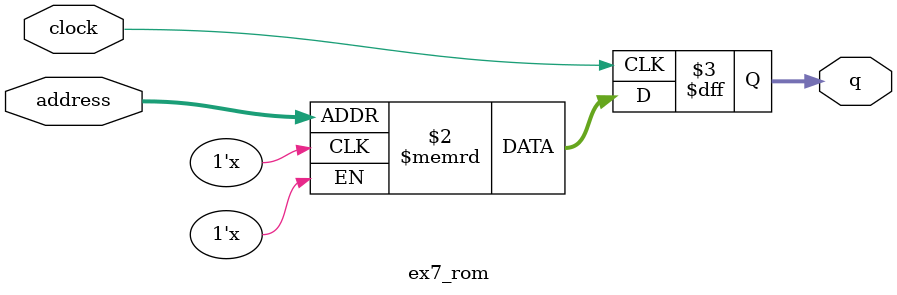
<source format=sv>
module ex7_rom (
	input logic clock,
	input logic [9:0] address,
	output logic [3:0] q
);

logic [3:0] memory [0:1023] /* synthesis ram_init_file = "./ex7/ex7.mif" */;

always_ff @ (posedge clock) begin
	q <= memory[address];
end

endmodule

</source>
